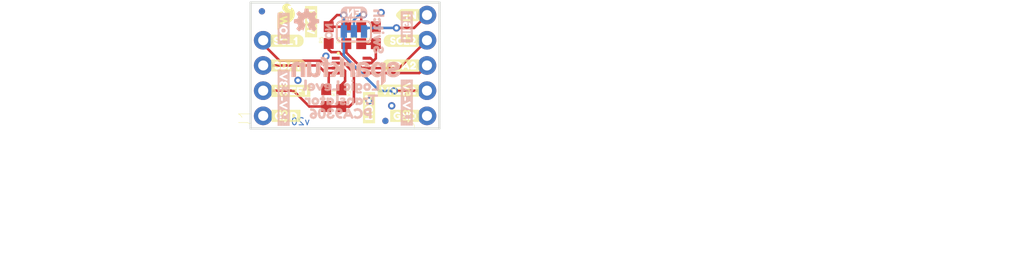
<source format=kicad_pcb>
(kicad_pcb (version 20211014) (generator pcbnew)
  (layers (0 "F.Cu" signal) (31 "B.Cu" signal) (34 "B.Paste" user) (35 "F.Paste" user) (36 "B.SilkS" user "B.Silkscreen") (37 "F.SilkS" user "F.Silkscreen") (38 "B.Mask" user) (39 "F.Mask" user) (44 "Edge.Cuts" user))
  (net 0 "")
  (net 1 "SCL1")
  (net 2 "SDA1")
  (net 3 "GND")
  (net 4 "VREF2")
  (net 5 "SCL2")
  (net 6 "SDA2")
  (net 7 "VREF1")
  (net 8 "EN")
  (net 9 "VREF2_IN")
  (net 10 "JUMPER_IN")
  (footprint "boardEagle:LOW1" (layer "F.Cu") (at 145.0721 98.6536 -90)
    (fp_text reference "U$20" hide)
    (fp_text value "" hide)
  )
  (footprint "boardEagle:0603" (layer "F.Cu") (at 148.6281 101.9556 90)
    (fp_text reference "R4" (at -0.889 -0.762 90) (layer "F.SilkS") (effects (font (size 0.367386 0.367386) (thickness 0.039014)) (justify left)))
    (fp_text value "2.2k")
    (pad "1" smd rect (at -0.85 0 90) (size 1.1 1) (layers "F.Cu" "F.Paste" "F.Mask") (net 5 "SCL2"))
    (pad "2" smd rect (at 0.85 0 90) (size 1.1 1) (layers "F.Cu" "F.Paste" "F.Mask") (net 4 "VREF2"))
  )
  (footprint "boardEagle:GND2" (layer "F.Cu") (at 152.6921 110.0836)
    (fp_text reference "U$11" hide)
    (fp_text value "" hide)
  )
  (footprint "boardEagle:1X04_NO_SILK" (layer "F.Cu") (at 140.2461 110.0836 90)
    (fp_text reference "J1" (at -1.3462 -1.8288 90) (layer "F.SilkS") (effects (font (size 1.221232 1.221232) (thickness 0.048768)) (justify left)))
    (fp_text value "")
    (pad "1" thru_hole circle (at 0 0 180) (size 1.8796 1.8796) (drill 1.016) (layers *.Cu *.Mask) (net 3 "GND"))
    (pad "2" thru_hole circle (at 2.54 0 180) (size 1.8796 1.8796) (drill 1.016) (layers *.Cu *.Mask) (net 7 "VREF1"))
    (pad "3" thru_hole circle (at 5.08 0 180) (size 1.8796 1.8796) (drill 1.016) (layers *.Cu *.Mask) (net 2 "SDA1"))
    (pad "4" thru_hole circle (at 7.62 0 180) (size 1.8796 1.8796) (drill 1.016) (layers *.Cu *.Mask) (net 1 "SCL1"))
  )
  (footprint "boardEagle:SDA10" (layer "F.Cu") (at 140.6779 105.0036)
    (fp_text reference "U$4" hide)
    (fp_text value "" hide)
  )
  (footprint "boardEagle:VREF13" (layer "F.Cu") (at 140.6779 107.569)
    (fp_text reference "U$2" hide)
    (fp_text value "" hide)
  )
  (footprint "boardEagle:SCL11" (layer "F.Cu") (at 140.6017 102.5144)
    (fp_text reference "U$3" hide)
    (fp_text value "" hide)
  )
  (footprint "boardEagle:VREF20" (layer "F.Cu") (at 151.4221 107.5436)
    (fp_text reference "U$6" hide)
    (fp_text value "" hide)
  )
  (footprint "boardEagle:1X05_NO_SILK" (layer "F.Cu") (at 156.7561 110.0836 90)
    (fp_text reference "J2" (at -1.3462 -1.8288 90) (layer "F.SilkS") (effects (font (size 1.221232 1.221232) (thickness 0.048768)) (justify left)))
    (fp_text value "")
    (pad "1" thru_hole circle (at 0 0 180) (size 1.8796 1.8796) (drill 1.016) (layers *.Cu *.Mask) (net 3 "GND"))
    (pad "2" thru_hole circle (at 2.54 0 180) (size 1.8796 1.8796) (drill 1.016) (layers *.Cu *.Mask) (net 4 "VREF2"))
    (pad "3" thru_hole circle (at 5.08 0 180) (size 1.8796 1.8796) (drill 1.016) (layers *.Cu *.Mask) (net 6 "SDA2"))
    (pad "4" thru_hole circle (at 7.62 0 180) (size 1.8796 1.8796) (drill 1.016) (layers *.Cu *.Mask) (net 5 "SCL2"))
    (pad "5" thru_hole circle (at 10.16 0 180) (size 1.8796 1.8796) (drill 1.016) (layers *.Cu *.Mask) (net 8 "EN"))
  )
  (footprint "boardEagle:GND2" (layer "F.Cu") (at 140.7287 110.0836)
    (fp_text reference "U$5" hide)
    (fp_text value "" hide)
  )
  (footprint "boardEagle:0603" (layer "F.Cu") (at 146.5961 108.2896 -90)
    (fp_text reference "R1" (at -0.889 -0.762 90) (layer "F.SilkS") (effects (font (size 0.367386 0.367386) (thickness 0.039014)) (justify right)))
    (fp_text value "2.2k")
    (pad "1" smd rect (at -0.85 0 270) (size 1.1 1) (layers "F.Cu" "F.Paste" "F.Mask") (net 2 "SDA1"))
    (pad "2" smd rect (at 0.85 0 270) (size 1.1 1) (layers "F.Cu" "F.Paste" "F.Mask") (net 7 "VREF1"))
  )
  (footprint "boardEagle:SCL20" (layer "F.Cu") (at 152.3365 102.5144)
    (fp_text reference "U$7" hide)
    (fp_text value "" hide)
  )
  (footprint "boardEagle:SDA21" (layer "F.Cu") (at 152.1841 105.0036)
    (fp_text reference "U$8" hide)
    (fp_text value "" hide)
  )
  (footprint "boardEagle:HIGH0" (layer "F.Cu") (at 150.9141 107.2896 -90)
    (fp_text reference "U$19" hide)
    (fp_text value "" hide)
  )
  (footprint "boardEagle:CREATIVE_COMMONS" (layer "F.Cu") (at 134.034513 121.5136)
    (fp_text reference "FRAME1" hide)
    (fp_text value "FRAME-LETTER" hide)
  )
  (footprint "boardEagle:FIDUCIAL-MICRO" (layer "F.Cu") (at 152.5651 110.5916 90)
    (fp_text reference "FD2" hide)
    (fp_text value "FIDUCIALUFIDUCIAL" hide)
    (pad "1" smd roundrect (at 0 0 90) (size 0.635 0.635) (layers "F.Cu" "F.Mask") (roundrect_rratio 0.5))
  )
  (footprint "boardEagle:0603" (layer "F.Cu") (at 151.5999 101.9556 90)
    (fp_text reference "C1" (at -0.889 -0.762 90) (layer "F.SilkS") (effects (font (size 0.367386 0.367386) (thickness 0.039014)) (justify left)))
    (fp_text value "100pF")
    (pad "1" smd rect (at -0.85 0 90) (size 1.1 1) (layers "F.Cu" "F.Paste" "F.Mask") (net 9 "VREF2_IN"))
    (pad "2" smd rect (at 0.85 0 90) (size 1.1 1) (layers "F.Cu" "F.Paste" "F.Mask") (net 3 "GND"))
  )
  (footprint "boardEagle:0603" (layer "F.Cu") (at 146.8501 101.9396 90)
    (fp_text reference "R5" (at -0.889 -0.762 90) (layer "F.SilkS") (effects (font (size 0.367386 0.367386) (thickness 0.039014)) (justify left)))
    (fp_text value "2.2k")
    (pad "1" smd rect (at -0.85 0 90) (size 1.1 1) (layers "F.Cu" "F.Paste" "F.Mask") (net 6 "SDA2"))
    (pad "2" smd rect (at 0.85 0 90) (size 1.1 1) (layers "F.Cu" "F.Paste" "F.Mask") (net 4 "VREF2"))
  )
  (footprint "boardEagle:0603" (layer "F.Cu") (at 150.1267 101.9556 90)
    (fp_text reference "R3" (at -0.889 -0.762 90) (layer "F.SilkS") (effects (font (size 0.367386 0.367386) (thickness 0.039014)) (justify left)))
    (fp_text value "200k")
    (pad "1" smd rect (at -0.85 0 90) (size 1.1 1) (layers "F.Cu" "F.Paste" "F.Mask") (net 9 "VREF2_IN"))
    (pad "2" smd rect (at 0.85 0 90) (size 1.1 1) (layers "F.Cu" "F.Paste" "F.Mask") (net 10 "JUMPER_IN"))
  )
  (footprint "boardEagle:0603" (layer "F.Cu") (at 148.1201 108.3056 -90)
    (fp_text reference "R2" (at -0.889 -0.762 90) (layer "F.SilkS") (effects (font (size 0.367386 0.367386) (thickness 0.039014)) (justify right)))
    (fp_text value "2.2k")
    (pad "1" smd rect (at -0.85 0 270) (size 1.1 1) (layers "F.Cu" "F.Paste" "F.Mask") (net 1 "SCL1"))
    (pad "2" smd rect (at 0.85 0 270) (size 1.1 1) (layers "F.Cu" "F.Paste" "F.Mask") (net 7 "VREF1"))
  )
  (footprint "boardEagle:EN0" (layer "F.Cu") (at 153.5811 99.9236)
    (fp_text reference "U$9" hide)
    (fp_text value "" hide)
  )
  (footprint "boardEagle:FIDUCIAL-MICRO" (layer "F.Cu") (at 140.1191 99.5426 90)
    (fp_text reference "FD3" hide)
    (fp_text value "FIDUCIALUFIDUCIAL" hide)
    (pad "1" smd roundrect (at 0 0 90) (size 0.635 0.635) (layers "F.Cu" "F.Mask") (roundrect_rratio 0.5))
  )
  (footprint "boardEagle:SFE_LOGO_FLAME_.1" (layer "F.Cu") (at 142.5321 100.0506)
    (fp_text reference "LOGO3" hide)
    (fp_text value "SFE_LOGO_FLAME.1_INCH" hide)
  )
  (footprint "boardEagle:VSSOP_8PIN" (layer "F.Cu") (at 149.1361 105.0036)
    (fp_text reference "U1" hide)
    (fp_text value "PCA9306" hide)
    (pad "P1" smd rect (at -1.57 -0.734) (size 0.8 0.3) (layers "F.Cu" "F.Paste" "F.Mask") (net 3 "GND"))
    (pad "P2" smd rect (at -1.57 -0.234) (size 0.8 0.3) (layers "F.Cu" "F.Paste" "F.Mask") (net 7 "VREF1"))
    (pad "P3" smd rect (at -1.57 0.266) (size 0.8 0.3) (layers "F.Cu" "F.Paste" "F.Mask") (net 1 "SCL1"))
    (pad "P4" smd rect (at -1.57 0.766) (size 0.8 0.3) (layers "F.Cu" "F.Paste" "F.Mask") (net 2 "SDA1"))
    (pad "P5" smd rect (at 1.53 0.766) (size 0.8 0.3) (layers "F.Cu" "F.Paste" "F.Mask") (net 6 "SDA2"))
    (pad "P6" smd rect (at 1.53 0.266) (size 0.8 0.3) (layers "F.Cu" "F.Paste" "F.Mask") (net 5 "SCL2"))
    (pad "P7" smd rect (at 1.53 -0.234) (size 0.8 0.3) (layers "F.Cu" "F.Paste" "F.Mask") (net 9 "VREF2_IN"))
    (pad "P8" smd rect (at 1.53 -0.734) (size 0.8 0.3) (layers "F.Cu" "F.Paste" "F.Mask") (net 9 "VREF2_IN"))
  )
  (footprint "boardEagle:SWITCH1" (layer "B.Cu") (at 151.8793 104.7496 90)
    (fp_text reference "U$1" hide)
    (fp_text value "" hide)
  )
  (footprint "boardEagle:OSHW-LOGO-MINI" (layer "B.Cu") (at 144.6149 100.5332 180)
    (fp_text reference "LOGO1" hide)
    (fp_text value "OSHW-LOGOMINI" hide)
  )
  (footprint "boardEagle:HIGH0" (layer "B.Cu") (at 154.7241 103.0732 90)
    (fp_text reference "U$17" hide)
    (fp_text value "" hide)
  )
  (footprint "boardEagle:LOW1" (layer "B.Cu") (at 142.3035 103.2002 90)
    (fp_text reference "U$18" hide)
    (fp_text value "" hide)
  )
  (footprint "boardEagle:SFE_LOGO_NAME_.1" (layer "B.Cu") (at 148.5519 105.5624 180)
    (fp_text reference "LOGO2" hide)
    (fp_text value "SFE_LOGO_NAME.1_INCH" hide)
  )
  (footprint "boardEagle:SMT-JUMPER_3_1-NC_TRACE_SILK" (layer "B.Cu") (at 149.3901 101.5746 180)
    (fp_text reference "JP1" (at 0 1.143) (layer "B.SilkS") (effects (font (size 0.512064 0.512064) (thickness 0.097536)) (justify left mirror)))
    (fp_text value "EN")
    (fp_poly (pts (xy 0.3048 -0.127) (xy 0.7112 -0.127) (xy 0.7112 0.127) (xy 0.3048 0.127)) (layer "B.Cu") (width 0) (fill solid))
    (pad "1" smd rect (at -1.016 0 180) (size 0.635 1.27) (layers "B.Cu" "B.Mask") (net 8 "EN"))
    (pad "2" smd rect (at 0 0 180) (size 0.635 1.27) (layers "B.Cu" "B.Mask") (net 10 "JUMPER_IN"))
    (pad "3" smd rect (at 1.016 0 180) (size 0.635 1.27) (layers "B.Cu" "B.Mask") (net 4 "VREF2"))
  )
  (footprint "boardEagle:PCA93062" (layer "B.Cu") (at 152.1333 109.8296 180)
    (fp_text reference "U$14" hide)
    (fp_text value "" hide)
  )
  (footprint "boardEagle:FIDUCIAL-MICRO" (layer "B.Cu") (at 140.1191 99.5426 90)
    (fp_text reference "FD1" hide)
    (fp_text value "FIDUCIALUFIDUCIAL" hide)
    (pad "1" smd roundrect (at 0 0 90) (size 0.635 0.635) (layers "B.Cu" "B.Mask") (roundrect_rratio 0.5))
  )
  (footprint "boardEagle:LOGIC_LEVEL0" (layer "B.Cu") (at 152.8953 107.0102 180)
    (fp_text reference "U$12" hide)
    (fp_text value "" hide)
  )
  (footprint "boardEagle:1#8V#5V1" (layer "B.Cu") (at 154.7241 111.4552 90)
    (fp_text reference "U$22" hide)
    (fp_text value "" hide)
  )
  (footprint "boardEagle:FIDUCIAL-MICRO" (layer "B.Cu") (at 152.5651 110.5916 90)
    (fp_text reference "FD4" hide)
    (fp_text value "FIDUCIALUFIDUCIAL" hide)
    (pad "1" smd roundrect (at 0 0 90) (size 0.635 0.635) (layers "B.Cu" "B.Mask") (roundrect_rratio 0.5))
  )
  (footprint "boardEagle:TRANSLATOR1" (layer "B.Cu") (at 152.7429 108.458 180)
    (fp_text reference "U$13" hide)
    (fp_text value "" hide)
  )
  (footprint "boardEagle:ON2" (layer "B.Cu") (at 146.8755 103.1748 90)
    (fp_text reference "U$15" hide)
    (fp_text value "" hide)
  )
  (footprint "boardEagle:EN1" (layer "B.Cu") (at 150.7871 99.6696 180)
    (fp_text reference "U$10" hide)
    (fp_text value "" hide)
  )
  (footprint "boardEagle:1#2V#3#3V0" (layer "B.Cu") (at 142.3035 111.4806 90)
    (fp_text reference "U$21" hide)
    (fp_text value "" hide)
  )
  (gr_line (start 138.9761 98.6536) (end 138.9761 111.3536) (layer "Edge.Cuts") (width 0.2032))
  (gr_line (start 138.9761 111.3536) (end 158.0061 111.3536) (layer "Edge.Cuts") (width 0.2032))
  (gr_line (start 158.0061 111.3536) (end 158.0261 98.6536) (layer "Edge.Cuts") (width 0.2032))
  (gr_line (start 158.0261 98.6536) (end 138.9761 98.6536) (layer "Edge.Cuts") (width 0.2032))
  (gr_text "v20" (at 145.0213 111.0742) (layer "B.Cu") (effects (font (size 0.715264 0.715264) (thickness 0.097536)) (justify left bottom mirror)))
  (segment (start 148.2083 105.2696) (end 148.5011 105.5624) (width 0.254) (layer "F.Cu") (net 1))
  (segment (start 140.2461 102.87) (end 140.2461 102.4636) (width 0.254) (layer "F.Cu") (net 1))
  (segment (start 147.5661 105.2696) (end 148.2083 105.2696) (width 0.254) (layer "F.Cu") (net 1))
  (segment (start 147.5661 105.2696) (end 146.7097 105.2696) (width 0.254) (layer "F.Cu") (net 1))
  (segment (start 146.7097 105.2696) (end 145.9611 104.521) (width 0.254) (layer "F.Cu") (net 1))
  (segment (start 141.8971 104.521) (end 140.2461 102.87) (width 0.254) (layer "F.Cu") (net 1))
  (segment (start 148.5011 105.5624) (end 148.5011 106.5784) (width 0.254) (layer "F.Cu") (net 1))
  (segment (start 145.9611 104.521) (end 141.8971 104.521) (width 0.254) (layer "F.Cu") (net 1))
  (segment (start 148.1201 106.9594) (end 148.1201 107.4556) (width 0.254) (layer "F.Cu") (net 1))
  (segment (start 148.5011 106.5784) (end 148.1201 106.9594) (width 0.254) (layer "F.Cu") (net 1))
  (segment (start 146.5493 105.7696) (end 146.8501 105.7696) (width 0.254) (layer "F.Cu") (net 2))
  (segment (start 146.8501 105.7696) (end 147.5661 105.7696) (width 0.254) (layer "F.Cu") (net 2))
  (segment (start 145.7833 105.0036) (end 146.5493 105.7696) (width 0.254) (layer "F.Cu") (net 2))
  (segment (start 146.8501 107.1856) (end 146.5961 107.4396) (width 0.254) (layer "F.Cu") (net 2))
  (segment (start 140.2461 105.0036) (end 145.7833 105.0036) (width 0.254) (layer "F.Cu") (net 2))
  (segment (start 146.8501 105.7696) (end 146.8501 107.1856) (width 0.254) (layer "F.Cu") (net 2))
  (via (at 152.1333 99.6696) (size 0.7366) (drill 0.381) (layers "F.Cu" "B.Cu") (net 3))
  (via (at 146.5707 104.0638) (size 0.7366) (drill 0.381) (layers "F.Cu" "B.Cu") (net 3))
  (via (at 143.7513 106.5022) (size 0.7366) (drill 0.381) (layers "F.Cu" "B.Cu") (net 3))
  (via (at 153.2001 109.0676) (size 0.7366) (drill 0.381) (layers "F.Cu" "B.Cu") (net 3))
  (via (at 150.9141 108.5596) (size 0.7366) (drill 0.381) (layers "F.Cu" "B.Cu") (net 3))
  (segment (start 156.7561 107.5436) (end 153.4541 107.5436) (width 0.254) (layer "F.Cu") (net 4))
  (segment (start 146.8501 101.0896) (end 146.8501 100.7594) (width 0.254) (layer "F.Cu") (net 4))
  (segment (start 148.6281 101.1056) (end 146.8661 101.1056) (width 0.254) (layer "F.Cu") (net 4))
  (segment (start 153.4541 107.5436) (end 153.4541 107.569) (width 0.254) (layer "F.Cu") (net 4))
  (segment (start 146.8661 101.1056) (end 146.8501 101.0896) (width 0.254) (layer "F.Cu") (net 4))
  (segment (start 148.3741 99.9212) (end 147.6883 99.9212) (width 0.254) (layer "F.Cu") (net 4))
  (segment (start 147.6883 99.9212) (end 146.8501 100.7594) (width 0.254) (layer "F.Cu") (net 4))
  (via (at 153.4541 107.569) (size 0.7366) (drill 0.381) (layers "F.Cu" "B.Cu") (net 4))
  (via (at 148.3741 99.9212) (size 0.7366) (drill 0.381) (layers "F.Cu" "B.Cu") (net 4))
  (segment (start 148.3741 103.9876) (end 148.3741 101.5746) (width 0.254) (layer "B.Cu") (net 4))
  (segment (start 151.9555 107.569) (end 148.3741 103.9876) (width 0.254) (layer "B.Cu") (net 4))
  (segment (start 153.4541 107.569) (end 151.9555 107.569) (width 0.254) (layer "B.Cu") (net 4))
  (segment (start 148.3741 99.9212) (end 148.3741 101.5746) (width 0.254) (layer "B.Cu") (net 4))
  (segment (start 153.9501 105.2696) (end 156.7561 102.4636) (width 0.254) (layer "F.Cu") (net 5))
  (segment (start 150.6661 105.2696) (end 153.9501 105.2696) (width 0.254) (layer "F.Cu") (net 5))
  (segment (start 148.6281 103.7142) (end 148.6281 102.8056) (width 0.254) (layer "F.Cu") (net 5))
  (segment (start 150.1835 105.2696) (end 148.6281 103.7142) (width 0.254) (layer "F.Cu") (net 5))
  (segment (start 150.6661 105.2696) (end 150.1835 105.2696) (width 0.254) (layer "F.Cu") (net 5))
  (segment (start 146.8501 102.7896) (end 146.8501 103.391288) (width 0.254) (layer "F.Cu") (net 6))
  (segment (start 150.6661 105.7696) (end 155.9901 105.7696) (width 0.254) (layer "F.Cu") (net 6))
  (segment (start 150.0515 105.7696) (end 147.9423 103.6604) (width 0.254) (layer "F.Cu") (net 6))
  (segment (start 150.6661 105.7696) (end 150.0515 105.7696) (width 0.254) (layer "F.Cu") (net 6))
  (segment (start 155.9901 105.7696) (end 156.7561 105.0036) (width 0.254) (layer "F.Cu") (net 6))
  (segment (start 146.8501 103.391288) (end 147.119212 103.6604) (width 0.254) (layer "F.Cu") (net 6))
  (segment (start 147.119212 103.6604) (end 147.9423 103.6604) (width 0.254) (layer "F.Cu") (net 6))
  (segment (start 144.8901 109.1396) (end 146.5961 109.1396) (width 0.254) (layer "F.Cu") (net 7))
  (segment (start 147.5661 104.7696) (end 148.3941 104.7696) (width 0.254) (layer "F.Cu") (net 7))
  (segment (start 148.3941 104.7696) (end 149.3901 105.7656) (width 0.254) (layer "F.Cu") (net 7))
  (segment (start 149.3901 105.7656) (end 149.3901 108.6866) (width 0.254) (layer "F.Cu") (net 7))
  (segment (start 148.9211 109.1556) (end 148.1201 109.1556) (width 0.254) (layer "F.Cu") (net 7))
  (segment (start 146.5961 109.1396) (end 148.1041 109.1396) (width 0.254) (layer "F.Cu") (net 7))
  (segment (start 143.2941 107.5436) (end 144.8901 109.1396) (width 0.254) (layer "F.Cu") (net 7))
  (segment (start 149.3901 108.6866) (end 148.9211 109.1556) (width 0.254) (layer "F.Cu") (net 7))
  (segment (start 148.1041 109.1396) (end 148.1201 109.1556) (width 0.254) (layer "F.Cu") (net 7))
  (segment (start 140.2461 107.5436) (end 143.2941 107.5436) (width 0.254) (layer "F.Cu") (net 7))
  (segment (start 153.6827 101.219) (end 155.4607 101.219) (width 0.254) (layer "F.Cu") (net 8))
  (segment (start 155.4607 101.219) (end 156.7561 99.9236) (width 0.254) (layer "F.Cu") (net 8))
  (via (at 153.6827 101.219) (size 0.7366) (drill 0.381) (layers "F.Cu" "B.Cu") (net 8))
  (segment (start 153.6827 101.219) (end 150.7617 101.219) (width 0.254) (layer "B.Cu") (net 8))
  (segment (start 150.4061 101.5746) (end 150.7617 101.219) (width 0.254) (layer "B.Cu") (net 8))
  (segment (start 151.1227 104.7696) (end 150.6661 104.7696) (width 0.254) (layer "F.Cu") (net 9))
  (segment (start 151.0691 104.2696) (end 151.3459 104.5464) (width 0.254) (layer "F.Cu") (net 9))
  (segment (start 151.3459 104.5464) (end 151.1227 104.7696) (width 0.254) (layer "F.Cu") (net 9))
  (segment (start 151.5999 104.2924) (end 151.3459 104.5464) (width 0.254) (layer "F.Cu") (net 9))
  (segment (start 151.5999 102.8056) (end 150.1267 102.8056) (width 0.254) (layer "F.Cu") (net 9))
  (segment (start 150.6661 104.2696) (end 151.0691 104.2696) (width 0.254) (layer "F.Cu") (net 9))
  (segment (start 151.5999 102.8056) (end 151.5999 104.2924) (width 0.254) (layer "F.Cu") (net 9))
  (segment (start 150.3553 99.8728) (end 150.1267 100.1014) (width 0.254) (layer "F.Cu") (net 10))
  (segment (start 150.1267 100.1014) (end 150.1267 101.1056) (width 0.254) (layer "F.Cu") (net 10))
  (via (at 150.3553 99.8728) (size 0.7366) (drill 0.381) (layers "F.Cu" "B.Cu") (net 10))
  (segment (start 150.3553 99.8728) (end 149.9489 99.8728) (width 0.254) (layer "B.Cu") (net 10))
  (segment (start 149.3901 100.4316) (end 149.3901 101.5746) (width 0.254) (layer "B.Cu") (net 10))
  (segment (start 149.9489 99.8728) (end 149.3901 100.4316) (width 0.254) (layer "B.Cu") (net 10))
)
</source>
